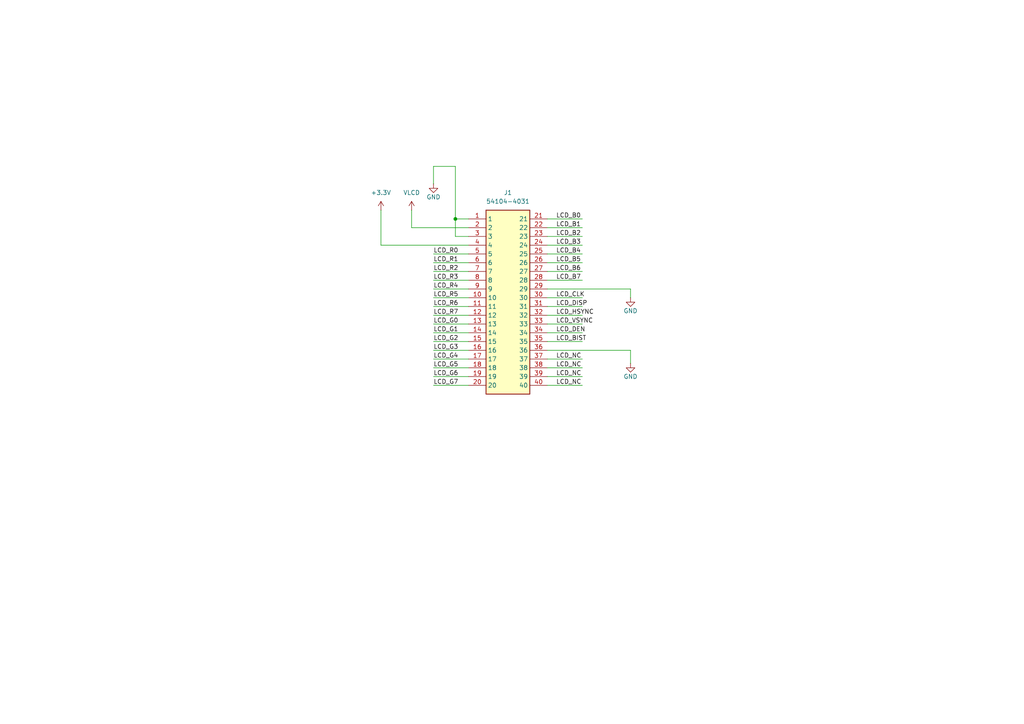
<source format=kicad_sch>
(kicad_sch (version 20231120) (generator "eeschema") (generator_version "8.0")
  (paper "A4")
  (lib_symbols
    (symbol "Allwinner_V3S_Spotify:54104-4031"
      (property "Reference" "J" (at 19.05 7.62 0))
      (property "Value" "54104-4031" (at 19.05 5.08 0))
      (symbol "54104-4031_1_1"
        (rectangle (start 5.08 2.54) (end 17.78 -50.8) (stroke (width 0.254)) (fill (type background)))
        (pin passive line (at 0 0 0) (length 5.08) (name "1") (number "1"))
        (pin passive line (at 0 -22.86 0) (length 5.08) (name "10") (number "10"))
        (pin passive line (at 0 -25.4 0) (length 5.08) (name "11") (number "11"))
        (pin passive line (at 0 -27.94 0) (length 5.08) (name "12") (number "12"))
        (pin passive line (at 0 -30.48 0) (length 5.08) (name "13") (number "13"))
        (pin passive line (at 0 -33.02 0) (length 5.08) (name "14") (number "14"))
        (pin passive line (at 0 -35.56 0) (length 5.08) (name "15") (number "15"))
        (pin passive line (at 0 -38.1 0) (length 5.08) (name "16") (number "16"))
        (pin passive line (at 0 -40.64 0) (length 5.08) (name "17") (number "17"))
        (pin passive line (at 0 -43.18 0) (length 5.08) (name "18") (number "18"))
        (pin passive line (at 0 -45.72 0) (length 5.08) (name "19") (number "19"))
        (pin passive line (at 0 -2.54 0) (length 5.08) (name "2") (number "2"))
        (pin passive line (at 0 -48.26 0) (length 5.08) (name "20") (number "20"))
        (pin passive line (at 22.86 0 180) (length 5.08) (name "21") (number "21"))
        (pin passive line (at 22.86 -2.54 180) (length 5.08) (name "22") (number "22"))
        (pin passive line (at 22.86 -5.08 180) (length 5.08) (name "23") (number "23"))
        (pin passive line (at 22.86 -7.62 180) (length 5.08) (name "24") (number "24"))
        (pin passive line (at 22.86 -10.16 180) (length 5.08) (name "25") (number "25"))
        (pin passive line (at 22.86 -12.7 180) (length 5.08) (name "26") (number "26"))
        (pin passive line (at 22.86 -15.24 180) (length 5.08) (name "27") (number "27"))
        (pin passive line (at 22.86 -17.78 180) (length 5.08) (name "28") (number "28"))
        (pin passive line (at 22.86 -20.32 180) (length 5.08) (name "29") (number "29"))
        (pin passive line (at 0 -5.08 0) (length 5.08) (name "3") (number "3"))
        (pin passive line (at 22.86 -22.86 180) (length 5.08) (name "30") (number "30"))
        (pin passive line (at 22.86 -25.4 180) (length 5.08) (name "31") (number "31"))
        (pin passive line (at 22.86 -27.94 180) (length 5.08) (name "32") (number "32"))
        (pin passive line (at 22.86 -30.48 180) (length 5.08) (name "33") (number "33"))
        (pin passive line (at 22.86 -33.02 180) (length 5.08) (name "34") (number "34"))
        (pin passive line (at 22.86 -35.56 180) (length 5.08) (name "35") (number "35"))
        (pin passive line (at 22.86 -38.1 180) (length 5.08) (name "36") (number "36"))
        (pin passive line (at 22.86 -40.64 180) (length 5.08) (name "37") (number "37"))
        (pin passive line (at 22.86 -43.18 180) (length 5.08) (name "38") (number "38"))
        (pin passive line (at 22.86 -45.72 180) (length 5.08) (name "39") (number "39"))
        (pin passive line (at 0 -7.62 0) (length 5.08) (name "4") (number "4"))
        (pin passive line (at 22.86 -48.26 180) (length 5.08) (name "40") (number "40"))
        (pin passive line (at 0 -10.16 0) (length 5.08) (name "5") (number "5"))
        (pin passive line (at 0 -12.7 0) (length 5.08) (name "6") (number "6"))
        (pin passive line (at 0 -15.24 0) (length 5.08) (name "7") (number "7"))
        (pin passive line (at 0 -17.78 0) (length 5.08) (name "8") (number "8"))
        (pin passive line (at 0 -20.32 0) (length 5.08) (name "9") (number "9"))
      )
    )
    (symbol "power:+3.3V" (power) (pin_numbers hide) (pin_names (offset 0) hide)
      (property "Value" "+3.3V" (at 0 3.556 0))
      (symbol "+3.3V_0_1"
        (polyline (pts (xy -0.762 1.27) (xy 0 2.54)))
        (polyline (pts (xy 0 0) (xy 0 2.54)))
        (polyline (pts (xy 0 2.54) (xy 0.762 1.27)))
      )
      (symbol "+3.3V_1_1"
        (pin power_in line (at 0 0 90) (length 0) (name "~") (number "1"))
      )
    )
    (symbol "power:+9V" (power) (pin_numbers hide) (pin_names (offset 0) hide)
      (property "Value" "+9V" (at 0 3.556 0))
      (symbol "+9V_0_1"
        (polyline (pts (xy -0.762 1.27) (xy 0 2.54)))
        (polyline (pts (xy 0 0) (xy 0 2.54)))
        (polyline (pts (xy 0 2.54) (xy 0.762 1.27)))
      )
      (symbol "+9V_1_1"
        (pin power_in line (at 0 0 90) (length 0) (name "~") (number "1"))
      )
    )
    (symbol "power:GND" (power) (pin_numbers hide) (pin_names (offset 0) hide)
      (property "Value" "GND" (at 0 -3.81 0))
      (symbol "GND_0_1"
        (polyline (pts (xy 0 0) (xy 0 -1.27) (xy 1.27 -1.27) (xy 0 -2.54) (xy -1.27 -1.27) (xy 0 -1.27)))
      )
      (symbol "GND_1_1"
        (pin power_in line (at 0 0 270) (length 0) (name "~") (number "1"))
      )
    )
  )
  (junction (at 132.08 63.5))
  (wire (pts (xy 158.75 63.5) (xy 168.91 63.5)))
  (wire (pts (xy 125.73 48.26) (xy 125.73 53.34)))
  (wire (pts (xy 158.75 66.04) (xy 168.91 66.04)))
  (wire (pts (xy 158.75 68.58) (xy 168.91 68.58)))
  (wire (pts (xy 158.75 76.2) (xy 168.91 76.2)))
  (wire (pts (xy 182.88 101.6) (xy 182.88 105.41)))
  (wire (pts (xy 110.49 71.12) (xy 110.49 60.96)))
  (wire (pts (xy 158.75 86.36) (xy 168.91 86.36)))
  (wire (pts (xy 158.75 109.22) (xy 168.91 109.22)))
  (wire (pts (xy 125.73 96.52) (xy 135.89 96.52)))
  (wire (pts (xy 158.75 78.74) (xy 168.91 78.74)))
  (wire (pts (xy 125.73 73.66) (xy 135.89 73.66)))
  (wire (pts (xy 132.08 68.58) (xy 132.08 63.5)))
  (wire (pts (xy 119.38 66.04) (xy 119.38 60.96)))
  (wire (pts (xy 125.73 83.82) (xy 135.89 83.82)))
  (wire (pts (xy 125.73 86.36) (xy 135.89 86.36)))
  (wire (pts (xy 125.73 76.2) (xy 135.89 76.2)))
  (wire (pts (xy 135.89 66.04) (xy 119.38 66.04)))
  (wire (pts (xy 158.75 81.28) (xy 168.91 81.28)))
  (wire (pts (xy 182.88 83.82) (xy 182.88 86.36)))
  (wire (pts (xy 158.75 96.52) (xy 168.91 96.52)))
  (wire (pts (xy 158.75 73.66) (xy 168.91 73.66)))
  (wire (pts (xy 125.73 104.14) (xy 135.89 104.14)))
  (wire (pts (xy 125.73 111.76) (xy 135.89 111.76)))
  (wire (pts (xy 125.73 109.22) (xy 135.89 109.22)))
  (wire (pts (xy 158.75 104.14) (xy 168.91 104.14)))
  (wire (pts (xy 125.73 99.06) (xy 135.89 99.06)))
  (wire (pts (xy 125.73 78.74) (xy 135.89 78.74)))
  (wire (pts (xy 158.75 101.6) (xy 182.88 101.6)))
  (wire (pts (xy 125.73 106.68) (xy 135.89 106.68)))
  (wire (pts (xy 158.75 106.68) (xy 168.91 106.68)))
  (wire (pts (xy 135.89 71.12) (xy 110.49 71.12)))
  (wire (pts (xy 125.73 91.44) (xy 135.89 91.44)))
  (wire (pts (xy 158.75 88.9) (xy 168.91 88.9)))
  (wire (pts (xy 158.75 91.44) (xy 168.91 91.44)))
  (wire (pts (xy 125.73 88.9) (xy 135.89 88.9)))
  (wire (pts (xy 125.73 81.28) (xy 135.89 81.28)))
  (wire (pts (xy 135.89 68.58) (xy 132.08 68.58)))
  (wire (pts (xy 158.75 111.76) (xy 168.91 111.76)))
  (wire (pts (xy 125.73 101.6) (xy 135.89 101.6)))
  (wire (pts (xy 125.73 93.98) (xy 135.89 93.98)))
  (wire (pts (xy 158.75 71.12) (xy 168.91 71.12)))
  (wire (pts (xy 158.75 93.98) (xy 168.91 93.98)))
  (wire (pts (xy 158.75 99.06) (xy 168.91 99.06)))
  (wire (pts (xy 132.08 48.26) (xy 125.73 48.26)))
  (wire (pts (xy 158.75 83.82) (xy 182.88 83.82)))
  (wire (pts (xy 132.08 63.5) (xy 132.08 48.26)))
  (wire (pts (xy 135.89 63.5) (xy 132.08 63.5)))
  (label "LCD_B1" (at 161.29 66.04 0))
  (label "LCD_G4" (at 125.73 104.14 0))
  (label "LCD_R0" (at 125.73 73.66 0))
  (label "LCD_R7" (at 125.73 91.44 0))
  (label "LCD_CLK" (at 161.29 86.36 0))
  (label "LCD_BIST" (at 161.29 99.06 0))
  (label "LCD_B2" (at 161.29 68.58 0))
  (label "LCD_HSYNC" (at 161.29 91.44 0))
  (label "LCD_NC" (at 161.29 106.68 0))
  (label "LCD_G5" (at 125.73 106.68 0))
  (label "LCD_R3" (at 125.73 81.28 0))
  (label "LCD_R4" (at 125.73 83.82 0))
  (label "LCD_B3" (at 161.29 71.12 0))
  (label "LCD_G1" (at 125.73 96.52 0))
  (label "LCD_VSYNC" (at 161.29 93.98 0))
  (label "LCD_R6" (at 125.73 88.9 0))
  (label "LCD_R2" (at 125.73 78.74 0))
  (label "LCD_NC" (at 161.29 111.76 0))
  (label "LCD_G6" (at 125.73 109.22 0))
  (label "LCD_B6" (at 161.29 78.74 0))
  (label "LCD_DISP" (at 161.29 88.9 0))
  (label "LCD_G2" (at 125.73 99.06 0))
  (label "LCD_NC" (at 161.29 104.14 0))
  (label "LCD_DEN" (at 161.29 96.52 0))
  (label "LCD_B5" (at 161.29 76.2 0))
  (label "LCD_B4" (at 161.29 73.66 0))
  (label "LCD_G0" (at 125.73 93.98 0))
  (label "LCD_G7" (at 125.73 111.76 0))
  (label "LCD_B0" (at 161.29 63.5 0))
  (label "LCD_B7" (at 161.29 81.28 0))
  (label "LCD_G3" (at 125.73 101.6 0))
  (label "LCD_NC" (at 161.29 109.22 0))
  (label "LCD_R5" (at 125.73 86.36 0))
  (label "LCD_R1" (at 125.73 76.2 0))
  (symbol (lib_id "power:+9V") (at 119.38 60.96 0) (unit 1)
    (property "Reference" "#PWR06" (effects (hide yes)))
    (property "Value" "VLCD" (at 119.38 55.88 0))
    (property "Description" "Power symbol creates a global label with name \"+9V\"" (effects (hide yes)))
  )
  (symbol (lib_id "power:GND") (at 182.88 105.41 0) (unit 1)
    (property "Reference" "#PWR09" (effects (hide yes)))
    (property "Value" "GND" (at 182.88 109.22 0))
    (property "Description" "Power symbol creates a global label with name \"GND\" , ground" (effects (hide yes)))
  )
  (symbol (lib_id "power:+3.3V") (at 110.49 60.96 0) (unit 1)
    (property "Reference" "#PWR07" (effects (hide yes)))
    (property "Value" "+3.3V" (at 110.49 55.88 0))
    (property "Description" "Power symbol creates a global label with name \"+3.3V\"" (effects (hide yes)))
  )
  (symbol (lib_id "power:GND") (at 182.88 86.36 0) (unit 1)
    (property "Reference" "#PWR08" (effects (hide yes)))
    (property "Value" "GND" (at 182.88 90.17 0))
    (property "Description" "Power symbol creates a global label with name \"GND\" , ground" (effects (hide yes)))
  )
  (symbol (lib_id "Allwinner_V3S_Spotify:54104-4031") (at 135.89 63.5 0) (unit 1)
    (property "Reference" "J1" (at 147.32 55.88 0))
    (property "Value" "54104-4031" (at 147.32 58.42 0))
    (property "Footprint" "Allwinner_Spotify:54104-4031" (effects (hide yes)))
    (property "Datasheet" "http://www.molex.com/webdocs/datasheets/pdf/en-us//0541044031_FFC_FPC_CONNECTORS.pdf" (effects (hide yes)))
    (property "Description" "Connector 0.5mm, FFC/FPC, SMT,r/a,40w,Au Molex FFC/FPC SMT Series 0.5mm Pitch 40 Way Right Angle SMT Female FPC Connector, ZIF Top Contact" (effects (hide yes)))
    (property "Manufacturer_Name" "Molex" (effects (hide yes)))
    (property "Manufacturer_Part_Number" "54104-4031" (effects (hide yes)))
  )
  (symbol (lib_id "power:GND") (at 125.73 53.34 0) (unit 1)
    (property "Reference" "#PWR05" (effects (hide yes)))
    (property "Value" "GND" (at 125.73 57.15 0))
    (property "Description" "Power symbol creates a global label with name \"GND\" , ground" (effects (hide yes)))
  )
)
</source>
